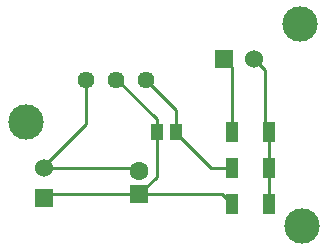
<source format=gbr>
%TF.GenerationSoftware,KiCad,Pcbnew,8.0.0*%
%TF.CreationDate,2024-04-17T17:58:47+02:00*%
%TF.ProjectId,SCS Maker,53435320-4d61-46b6-9572-2e6b69636164,rev?*%
%TF.SameCoordinates,Original*%
%TF.FileFunction,Copper,L1,Top*%
%TF.FilePolarity,Positive*%
%FSLAX46Y46*%
G04 Gerber Fmt 4.6, Leading zero omitted, Abs format (unit mm)*
G04 Created by KiCad (PCBNEW 8.0.0) date 2024-04-17 17:58:47*
%MOMM*%
%LPD*%
G01*
G04 APERTURE LIST*
%TA.AperFunction,ComponentPad*%
%ADD10C,3.000000*%
%TD*%
%TA.AperFunction,ComponentPad*%
%ADD11C,1.440000*%
%TD*%
%TA.AperFunction,ComponentPad*%
%ADD12R,1.530000X1.530000*%
%TD*%
%TA.AperFunction,ComponentPad*%
%ADD13C,1.530000*%
%TD*%
%TA.AperFunction,SMDPad,CuDef*%
%ADD14R,1.050000X1.800000*%
%TD*%
%TA.AperFunction,SMDPad,CuDef*%
%ADD15R,1.070000X1.470000*%
%TD*%
%TA.AperFunction,ComponentPad*%
%ADD16R,1.600000X1.600000*%
%TD*%
%TA.AperFunction,ComponentPad*%
%ADD17C,1.600000*%
%TD*%
%TA.AperFunction,Conductor*%
%ADD18C,0.250000*%
%TD*%
G04 APERTURE END LIST*
D10*
%TO.P,,1*%
%TO.N,N/C*%
X88976200Y-41960800D03*
%TD*%
%TO.P,,1*%
%TO.N,N/C*%
X89103200Y-59131200D03*
%TD*%
%TO.P,,1*%
%TO.N,N/C*%
X65735200Y-50292000D03*
%TD*%
D11*
%TO.P,U1,1,+VIN*%
%TO.N,+12V*%
X70866000Y-46736000D03*
%TO.P,U1,2,GND*%
%TO.N,GND*%
X73406000Y-46736000D03*
%TO.P,U1,3,+VOUT*%
%TO.N,+5V*%
X75946000Y-46736000D03*
%TD*%
D12*
%TO.P,J1,1,1*%
%TO.N,GND*%
X67316500Y-56706000D03*
D13*
%TO.P,J1,2,2*%
%TO.N,+12V*%
X67316500Y-54166000D03*
%TD*%
D14*
%TO.P,R3,1*%
%TO.N,GND*%
X83224500Y-57250000D03*
%TO.P,R3,2*%
%TO.N,/Output SCS*%
X86324500Y-57250000D03*
%TD*%
%TO.P,R1,1*%
%TO.N,/Sensor Output*%
X83224500Y-51154000D03*
%TO.P,R1,2*%
%TO.N,/Output SCS*%
X86324500Y-51154000D03*
%TD*%
D15*
%TO.P,C2,1*%
%TO.N,GND*%
X76842500Y-51154000D03*
%TO.P,C2,2*%
%TO.N,+5V*%
X78482500Y-51154000D03*
%TD*%
D16*
%TO.P,C1,1*%
%TO.N,GND*%
X75376500Y-56427112D03*
D17*
%TO.P,C1,2*%
%TO.N,+12V*%
X75376500Y-54427112D03*
%TD*%
D12*
%TO.P,J2,1,1*%
%TO.N,/Sensor Output*%
X82550000Y-44958000D03*
D13*
%TO.P,J2,2,2*%
%TO.N,/Output SCS*%
X85090000Y-44958000D03*
%TD*%
D14*
%TO.P,R2,1*%
%TO.N,/Output SCS*%
X86324500Y-54202000D03*
%TO.P,R2,2*%
%TO.N,+5V*%
X83224500Y-54202000D03*
%TD*%
D18*
%TO.N,GND*%
X73498500Y-46736000D02*
X76842500Y-50080000D01*
X75376500Y-56427112D02*
X82401612Y-56427112D01*
X67595388Y-56427112D02*
X67316500Y-56706000D01*
X82401612Y-56427112D02*
X83224500Y-57250000D01*
X75376500Y-56427112D02*
X67595388Y-56427112D01*
X76842500Y-51154000D02*
X76842500Y-54961112D01*
X76842500Y-50080000D02*
X76842500Y-51154000D01*
X76842500Y-54961112D02*
X75376500Y-56427112D01*
X73406000Y-46736000D02*
X73498500Y-46736000D01*
%TO.N,+12V*%
X67316500Y-54016000D02*
X70866000Y-50466500D01*
X67316500Y-54166000D02*
X67316500Y-54016000D01*
X70866000Y-50466500D02*
X70866000Y-46736000D01*
X67316500Y-54166000D02*
X75115388Y-54166000D01*
X75115388Y-54166000D02*
X75376500Y-54427112D01*
%TO.N,+5V*%
X81472500Y-54202000D02*
X78482500Y-51212000D01*
X78482500Y-49272500D02*
X75946000Y-46736000D01*
X83224500Y-54202000D02*
X81472500Y-54202000D01*
X78482500Y-51212000D02*
X78482500Y-51154000D01*
X78482500Y-51154000D02*
X78482500Y-49272500D01*
%TO.N,/Output SCS*%
X86324500Y-51154000D02*
X86044500Y-50874000D01*
X86324500Y-54202000D02*
X86324500Y-51154000D01*
X86044500Y-45912500D02*
X85090000Y-44958000D01*
X86044500Y-50874000D02*
X86044500Y-45912500D01*
X86324500Y-57250000D02*
X86324500Y-51154000D01*
%TO.N,/Sensor Output*%
X83224500Y-51154000D02*
X83224500Y-45632500D01*
X83224500Y-45632500D02*
X82550000Y-44958000D01*
%TD*%
M02*

</source>
